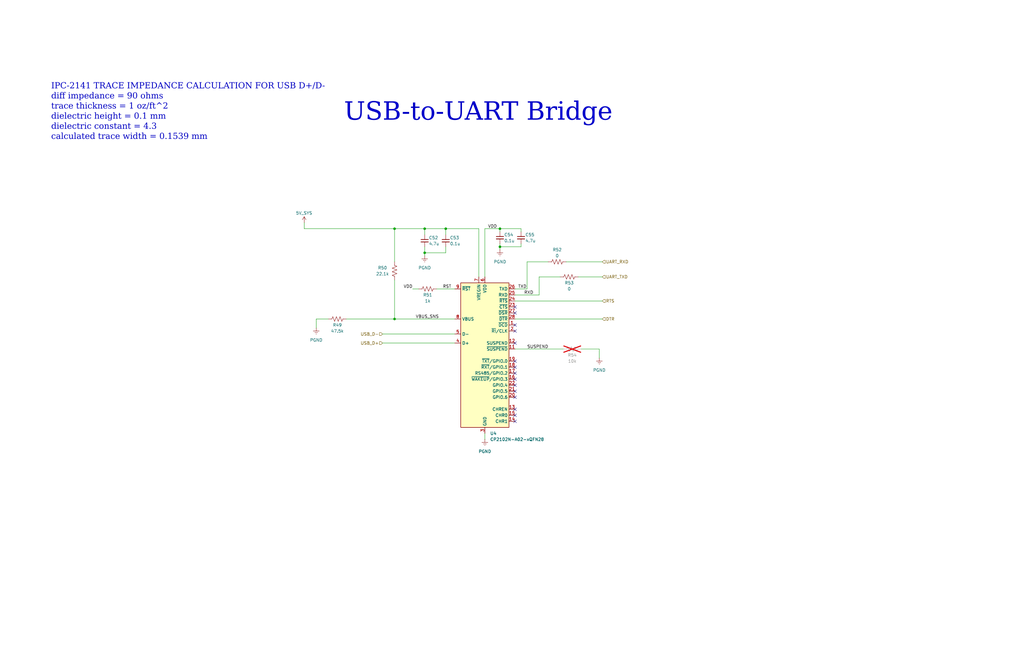
<source format=kicad_sch>
(kicad_sch (version 20231120) (generator "eeschema") (generator_version "8.0")
  (paper "B")
  (title_block (title "SCAN") (date "2025-01-30") (rev "v1.1") (company "Senior Design Group 35"))
  (lib_symbols
    (symbol "Device:C_Small" (pin_numbers hide) (pin_names (offset 0.254) hide)
      (property "Reference" "C" (at 0.254 1.778 0))
      (property "Value" "C_Small" (at 0.254 -2.032 0))
      (symbol "C_Small_0_1"
        (polyline (pts (xy -1.524 -0.508) (xy 1.524 -0.508)) (stroke (width 0.3302)))
        (polyline (pts (xy -1.524 0.508) (xy 1.524 0.508)) (stroke (width 0.3048)))
      )
      (symbol "C_Small_1_1"
        (pin passive line (at 0 2.54 270) (length 2.032) (name "~") (number "1"))
        (pin passive line (at 0 -2.54 90) (length 2.032) (name "~") (number "2"))
      )
    )
    (symbol "Device:R_US" (pin_numbers hide) (pin_names (offset 0))
      (property "Reference" "R" (at 2.54 0 90))
      (property "Value" "R_US" (at -2.54 0 90))
      (symbol "R_US_0_1"
        (polyline (pts (xy 0 -2.286) (xy 0 -2.54)))
        (polyline (pts (xy 0 2.286) (xy 0 2.54)))
        (polyline (pts (xy 0 -0.762) (xy 1.016 -1.143) (xy 0 -1.524) (xy -1.016 -1.905) (xy 0 -2.286)))
        (polyline (pts (xy 0 0.762) (xy 1.016 0.381) (xy 0 0) (xy -1.016 -0.381) (xy 0 -0.762)))
        (polyline (pts (xy 0 2.286) (xy 1.016 1.905) (xy 0 1.524) (xy -1.016 1.143) (xy 0 0.762)))
      )
      (symbol "R_US_1_1"
        (pin passive line (at 0 3.81 270) (length 1.27) (name "~") (number "1"))
        (pin passive line (at 0 -3.81 90) (length 1.27) (name "~") (number "2"))
      )
    )
    (symbol "Interface_USB:CP2102N-Axx-xQFN28"
      (property "Reference" "U6" (at 2.1941 -33.02 0))
      (property "Value" "CP2102N-A02-xQFN28" (at 2.1941 -35.56 0))
      (symbol "CP2102N-Axx-xQFN28_0_1"
        (rectangle (start -10.16 30.48) (end 10.16 -30.48) (stroke (width 0.254)) (fill (type background)))
      )
      (symbol "CP2102N-Axx-xQFN28_1_1"
        (pin input line (at 12.7 12.7 180) (length 2.54) (name "~{DCD}") (number "1"))
        (pin no_connect line (at -10.16 -27.94 0) (length 2.54) hide (name "NC") (number "10"))
        (pin output line (at 12.7 2.54 180) (length 2.54) (name "~{SUSPEND}") (number "11"))
        (pin output line (at 12.7 5.08 180) (length 2.54) (name "SUSPEND") (number "12"))
        (pin output line (at 12.7 -22.86 180) (length 2.54) (name "CHREN") (number "13"))
        (pin output line (at 12.7 -27.94 180) (length 2.54) (name "CHR1") (number "14"))
        (pin output line (at 12.7 -25.4 180) (length 2.54) (name "CHR0") (number "15"))
        (pin bidirectional line (at 12.7 -10.16 180) (length 2.54) (name "~{WAKEUP}/GPIO.3") (number "16"))
        (pin bidirectional line (at 12.7 -7.62 180) (length 2.54) (name "RS485/GPIO.2") (number "17"))
        (pin bidirectional line (at 12.7 -5.08 180) (length 2.54) (name "~{RXT}/GPIO.1") (number "18"))
        (pin bidirectional line (at 12.7 -2.54 180) (length 2.54) (name "~{TXT}/GPIO.0") (number "19"))
        (pin bidirectional line (at 12.7 10.16 180) (length 2.54) (name "~{RI}/CLK") (number "2"))
        (pin bidirectional line (at 12.7 -17.78 180) (length 2.54) (name "GPIO.6") (number "20"))
        (pin bidirectional line (at 12.7 -15.24 180) (length 2.54) (name "GPIO.5") (number "21"))
        (pin bidirectional line (at 12.7 -12.7 180) (length 2.54) (name "GPIO.4") (number "22"))
        (pin input line (at 12.7 20.32 180) (length 2.54) (name "~{CTS}") (number "23"))
        (pin output line (at 12.7 22.86 180) (length 2.54) (name "~{RTS}") (number "24"))
        (pin input line (at 12.7 25.4 180) (length 2.54) (name "RXD") (number "25"))
        (pin output line (at 12.7 27.94 180) (length 2.54) (name "TXD") (number "26"))
        (pin input line (at 12.7 17.78 180) (length 2.54) (name "~{DSR}") (number "27"))
        (pin output line (at 12.7 15.24 180) (length 2.54) (name "~{DTR}") (number "28"))
        (pin passive line (at 0 -33.02 90) (length 2.54) hide (name "GND") (number "29"))
        (pin power_in line (at 0 -33.02 90) (length 2.54) (name "GND") (number "3"))
        (pin bidirectional line (at -12.7 5.08 0) (length 2.54) (name "D+") (number "4"))
        (pin bidirectional line (at -12.7 8.89 0) (length 2.54) (name "D-") (number "5"))
        (pin power_in line (at 0 33.02 270) (length 2.54) (name "VDD") (number "6"))
        (pin power_in line (at -2.54 33.02 270) (length 2.54) (name "VREGIN") (number "7"))
        (pin input line (at -12.7 15.24 0) (length 2.54) (name "VBUS") (number "8"))
        (pin input line (at -12.7 27.94 0) (length 2.54) (name "~{RST}") (number "9"))
      )
    )
    (symbol "power:+3.3V" (power) (pin_numbers hide) (pin_names (offset 0) hide)
      (property "Value" "+3.3V" (at 0 3.556 0))
      (symbol "+3.3V_0_1"
        (polyline (pts (xy -0.762 1.27) (xy 0 2.54)))
        (polyline (pts (xy 0 0) (xy 0 2.54)))
        (polyline (pts (xy 0 2.54) (xy 0.762 1.27)))
      )
      (symbol "+3.3V_1_1"
        (pin power_in line (at 0 0 90) (length 0) (name "~") (number "1"))
      )
    )
    (symbol "power:GNDREF" (power) (pin_numbers hide) (pin_names (offset 0) hide)
      (property "Value" "GNDREF" (at 0 -3.81 0))
      (symbol "GNDREF_0_1"
        (polyline (pts (xy -0.635 -1.905) (xy 0.635 -1.905)))
        (polyline (pts (xy -0.127 -2.54) (xy 0.127 -2.54)))
        (polyline (pts (xy 0 -1.27) (xy 0 0)))
        (polyline (pts (xy 1.27 -1.27) (xy -1.27 -1.27)))
      )
      (symbol "GNDREF_1_1"
        (pin power_in line (at 0 0 270) (length 0) (name "~") (number "1"))
      )
    )
  )
  (junction (at 210.82 104.14))
  (junction (at 166.37 96.52))
  (junction (at 187.96 96.52))
  (junction (at 179.07 106.68))
  (junction (at 210.82 96.52))
  (junction (at 166.37 134.62))
  (junction (at 179.07 96.52))
  (no_connect (at 217.17 162.56))
  (no_connect (at 217.17 132.08))
  (no_connect (at 217.17 139.7))
  (no_connect (at 217.17 165.1))
  (no_connect (at 217.17 152.4))
  (no_connect (at 217.17 160.02))
  (no_connect (at 217.17 177.8))
  (no_connect (at 217.17 154.94))
  (no_connect (at 217.17 167.64))
  (no_connect (at 217.17 175.26))
  (no_connect (at 217.17 137.16))
  (no_connect (at 217.17 172.72))
  (no_connect (at 217.17 157.48))
  (no_connect (at 217.17 144.78))
  (no_connect (at 217.17 129.54))
  (wire (pts (xy 187.96 104.14) (xy 187.96 106.68)))
  (wire (pts (xy 227.33 116.84) (xy 236.22 116.84)))
  (wire (pts (xy 179.07 96.52) (xy 179.07 99.06)))
  (wire (pts (xy 161.29 140.97) (xy 191.77 140.97)))
  (wire (pts (xy 187.96 96.52) (xy 179.07 96.52)))
  (wire (pts (xy 227.33 124.46) (xy 217.17 124.46)))
  (wire (pts (xy 133.35 134.62) (xy 138.43 134.62)))
  (wire (pts (xy 187.96 96.52) (xy 201.93 96.52)))
  (wire (pts (xy 219.71 102.87) (xy 219.71 104.14)))
  (wire (pts (xy 204.47 182.88) (xy 204.47 185.42)))
  (wire (pts (xy 238.76 110.49) (xy 254 110.49)))
  (wire (pts (xy 133.35 138.43) (xy 133.35 134.62)))
  (wire (pts (xy 217.17 127) (xy 254 127)))
  (wire (pts (xy 179.07 106.68) (xy 187.96 106.68)))
  (wire (pts (xy 204.47 116.84) (xy 204.47 96.52)))
  (wire (pts (xy 245.11 147.32) (xy 252.73 147.32)))
  (wire (pts (xy 217.17 147.32) (xy 237.49 147.32)))
  (wire (pts (xy 210.82 105.41) (xy 210.82 104.14)))
  (wire (pts (xy 210.82 102.87) (xy 210.82 104.14)))
  (wire (pts (xy 217.17 134.62) (xy 254 134.62)))
  (wire (pts (xy 179.07 96.52) (xy 166.37 96.52)))
  (wire (pts (xy 179.07 106.68) (xy 179.07 107.95)))
  (wire (pts (xy 210.82 104.14) (xy 219.71 104.14)))
  (wire (pts (xy 201.93 116.84) (xy 201.93 96.52)))
  (wire (pts (xy 222.25 110.49) (xy 222.25 121.92)))
  (wire (pts (xy 219.71 96.52) (xy 219.71 97.79)))
  (wire (pts (xy 243.84 116.84) (xy 254 116.84)))
  (wire (pts (xy 128.27 93.98) (xy 128.27 96.52)))
  (wire (pts (xy 210.82 96.52) (xy 210.82 97.79)))
  (wire (pts (xy 204.47 96.52) (xy 210.82 96.52)))
  (wire (pts (xy 166.37 118.11) (xy 166.37 134.62)))
  (wire (pts (xy 179.07 104.14) (xy 179.07 106.68)))
  (wire (pts (xy 166.37 96.52) (xy 166.37 110.49)))
  (wire (pts (xy 128.27 96.52) (xy 166.37 96.52)))
  (wire (pts (xy 222.25 121.92) (xy 217.17 121.92)))
  (wire (pts (xy 252.73 147.32) (xy 252.73 151.13)))
  (wire (pts (xy 166.37 134.62) (xy 191.77 134.62)))
  (wire (pts (xy 187.96 96.52) (xy 187.96 99.06)))
  (wire (pts (xy 146.05 134.62) (xy 166.37 134.62)))
  (wire (pts (xy 173.99 121.92) (xy 176.53 121.92)))
  (wire (pts (xy 161.29 144.78) (xy 191.77 144.78)))
  (wire (pts (xy 227.33 116.84) (xy 227.33 124.46)))
  (wire (pts (xy 184.15 121.92) (xy 191.77 121.92)))
  (wire (pts (xy 222.25 110.49) (xy 231.14 110.49)))
  (wire (pts (xy 210.82 96.52) (xy 219.71 96.52)))
  (text "IPC-2141 TRACE IMPEDANCE CALCULATION FOR USB D+/D-\ndiff impedance = 90 ohms\ntrace thickness = 1 oz/ft^2\ndielectric height = 0.1 mm\ndielectric constant = 4.3\ncalculated trace width = 0.1539 mm" (at 21.59 59.944 0) (effects (font (size 2.54 2.54) (thickness 0.3175)) (justify left bottom)))
  (text "USB-to-UART Bridge" (at 201.676 49.53 0) (effects (font (size 7.62 7.62) (thickness 0.9525))))
  (label "VBUS_SNS" (at 175.26 134.62 0))
  (label "SUSPEND" (at 222.25 147.32 0))
  (label "VDD" (at 173.99 121.92 180))
  (label "RST" (at 186.69 121.92 0))
  (label "RXD" (at 220.98 124.46 0))
  (label "TXD" (at 218.44 121.92 0))
  (label "VDD" (at 205.74 96.52 0))
  (hierarchical_label "USB_D-" (shape input) (at 161.29 140.97 180))
  (hierarchical_label "DTR" (shape input) (at 254 134.62 0))
  (hierarchical_label "USB_D+" (shape input) (at 161.29 144.78 180))
  (hierarchical_label "UART_RXD" (shape input) (at 254 110.49 0))
  (hierarchical_label "RTS" (shape input) (at 254 127 0))
  (hierarchical_label "UART_TXD" (shape input) (at 254 116.84 0))
  (symbol (lib_id "Device:R_US") (at 180.34 121.92 90) (unit 1)
    (property "Reference" "R51" (at 180.34 124.46 90))
    (property "Value" "1k" (at 180.34 127 90))
    (property "Footprint" "Resistor_SMD:R_0402_1005Metric" (effects (hide yes)))
    (property "Description" "1%" (effects (hide yes)))
  )
  (symbol (lib_id "Device:C_Small") (at 187.96 101.6 0) (unit 1)
    (property "Reference" "C53" (at 189.738 100.33 0) (effects (justify left)))
    (property "Value" "0.1u" (at 189.738 102.87 0) (effects (justify left)))
    (property "Footprint" "Capacitor_SMD:C_0402_1005Metric" (effects (hide yes)))
    (property "Description" "25V (25%)" (effects (hide yes)))
  )
  (symbol (lib_id "power:GNDREF") (at 210.82 105.41 0) (unit 1)
    (property "Reference" "#PWR069" (effects (hide yes)))
    (property "Value" "PGND" (at 210.82 110.49 0))
    (property "Description" "Power symbol creates a global label with name \"GNDREF\" , reference supply ground" (effects (hide yes)))
  )
  (symbol (lib_id "Device:C_Small") (at 219.71 100.33 0) (unit 1)
    (property "Reference" "C55" (at 221.488 99.06 0) (effects (justify left)))
    (property "Value" "4.7u" (at 221.488 101.6 0) (effects (justify left)))
    (property "Footprint" "Capacitor_SMD:C_0603_1608Metric" (effects (hide yes)))
    (property "Description" "25V (25%)" (effects (hide yes)))
  )
  (symbol (lib_id "power:GNDREF") (at 204.47 185.42 0) (unit 1)
    (property "Reference" "#PWR068" (effects (hide yes)))
    (property "Value" "PGND" (at 204.47 190.5 0))
    (property "Description" "Power symbol creates a global label with name \"GNDREF\" , reference supply ground" (effects (hide yes)))
  )
  (symbol (lib_id "power:GNDREF") (at 252.73 151.13 0) (unit 1)
    (property "Reference" "#PWR070" (effects (hide yes)))
    (property "Value" "PGND" (at 252.73 156.21 0))
    (property "Description" "Power symbol creates a global label with name \"GNDREF\" , reference supply ground" (effects (hide yes)))
  )
  (symbol (lib_id "Device:R_US") (at 142.24 134.62 90) (unit 1)
    (property "Reference" "R49" (at 142.24 137.16 90))
    (property "Value" "47.5k" (at 142.24 139.7 90))
    (property "Footprint" "Resistor_SMD:R_0402_1005Metric" (effects (hide yes)))
    (property "Description" "1%" (effects (hide yes)))
  )
  (symbol (lib_id "power:GNDREF") (at 179.07 107.95 0) (unit 1)
    (property "Reference" "#PWR067" (effects (hide yes)))
    (property "Value" "PGND" (at 179.07 113.03 0))
    (property "Description" "Power symbol creates a global label with name \"GNDREF\" , reference supply ground" (effects (hide yes)))
  )
  (symbol (lib_id "power:GNDREF") (at 133.35 138.43 0) (unit 1)
    (property "Reference" "#PWR066" (effects (hide yes)))
    (property "Value" "PGND" (at 133.35 143.51 0))
    (property "Description" "Power symbol creates a global label with name \"GNDREF\" , reference supply ground" (effects (hide yes)))
  )
  (symbol (lib_id "power:+3.3V") (at 128.27 93.98 0) (unit 1)
    (property "Reference" "#PWR065" (effects (hide yes)))
    (property "Value" "5V_SYS" (at 124.714 89.916 0) (effects (justify left)))
    (property "Description" "Power symbol creates a global label with name \"+3.3V\"" (effects (hide yes)))
  )
  (symbol (lib_id "Device:R_US") (at 234.95 110.49 90) (unit 1)
    (property "Reference" "R52" (at 234.95 105.41 90))
    (property "Value" "0" (at 234.95 107.95 90))
    (property "Footprint" "Resistor_SMD:R_0805_2012Metric" (effects (hide yes)))
    (property "Description" "1%" (effects (hide yes)))
  )
  (symbol (lib_id "Device:R_US") (at 240.03 116.84 90) (unit 1)
    (property "Reference" "R53" (at 240.03 119.38 90))
    (property "Value" "0" (at 240.03 121.92 90))
    (property "Footprint" "Resistor_SMD:R_0805_2012Metric" (effects (hide yes)))
    (property "Description" "1%" (effects (hide yes)))
  )
  (symbol (lib_id "Device:C_Small") (at 179.07 101.6 0) (unit 1)
    (property "Reference" "C52" (at 180.848 100.33 0) (effects (justify left)))
    (property "Value" "4.7u" (at 180.848 102.87 0) (effects (justify left)))
    (property "Footprint" "Capacitor_SMD:C_0603_1608Metric" (effects (hide yes)))
    (property "Description" "25V (25%)" (effects (hide yes)))
  )
  (symbol (lib_id "Interface_USB:CP2102N-Axx-xQFN28") (at 204.47 149.86 0) (unit 1)
    (property "Reference" "U4" (at 206.6641 182.88 0) (effects (justify left)))
    (property "Value" "CP2102N-A02-xQFN28" (at 206.6641 185.42 0) (effects (justify left)))
    (property "Footprint" "Package_DFN_QFN:QFN-28-1EP_5x5mm_P0.5mm_EP3.35x3.35mm" (effects (hide yes)))
    (property "Datasheet" "https://www.silabs.com/documents/public/data-sheets/cp2102n-datasheet.pdf" (effects (hide yes)))
    (property "Description" "USB to UART master bridge, QFN-28" (effects (hide yes)))
  )
  (symbol (lib_id "Device:R_US") (at 241.3 147.32 90) (unit 1) (dnp yes)
    (property "Reference" "R54" (at 241.3 149.86 90))
    (property "Value" "10k" (at 241.3 152.4 90))
    (property "Footprint" "Resistor_SMD:R_0805_2012Metric" (effects (hide yes)))
    (property "Description" "1%" (effects (hide yes)))
  )
  (symbol (lib_id "Device:C_Small") (at 210.82 100.33 0) (unit 1)
    (property "Reference" "C54" (at 212.598 99.06 0) (effects (justify left)))
    (property "Value" "0.1u" (at 212.598 101.6 0) (effects (justify left)))
    (property "Footprint" "Capacitor_SMD:C_0402_1005Metric" (effects (hide yes)))
    (property "Description" "25V (25%)" (effects (hide yes)))
  )
  (symbol (lib_id "Device:R_US") (at 166.37 114.3 180) (unit 1)
    (property "Reference" "R50" (at 161.29 113.03 0))
    (property "Value" "22.1k" (at 161.29 115.57 0))
    (property "Footprint" "Resistor_SMD:R_0402_1005Metric" (effects (hide yes)))
    (property "Description" "1%" (effects (hide yes)))
  )
)
</source>
